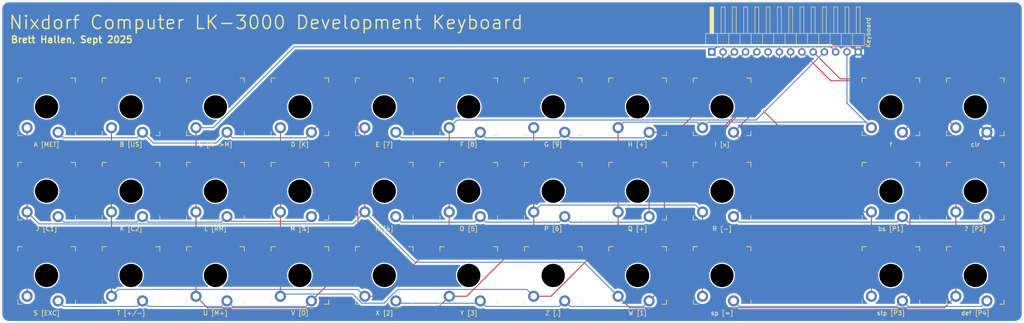
<source format=kicad_pcb>
(kicad_pcb (version 20241229) (generator "pcbnew") (generator_version "9.0")
  (layers (0 "F.Cu" signal) (2 "B.Cu" signal) (13 "F.Paste" user) (15 "B.Paste" user) (5 "F.SilkS" user "F.Silkscreen") (7 "B.SilkS" user "B.Silkscreen") (1 "F.Mask" user) (3 "B.Mask" user) (25 "Edge.Cuts" user))
  (net 0 "")
  (net 1 "COL1")
  (net 2 "ROW1")
  (net 3 "COL2")
  (net 4 "COL3")
  (net 5 "COL4")
  (net 6 "ROW2")
  (net 7 "ROW3")
  (net 8 "ROW4")
  (net 9 "ROW5")
  (net 10 "ROW6")
  (net 11 "ROW7")
  (net 12 "ROW8")
  (net 13 "GND")
  (net 14 "~{CLR}")
  (footprint "Clueless_Engineer:SW_Gateron_LowProfile_THT" (layer "F.Cu") (at 92.636702 86.673171)
    (property "Reference" "SW8" (hide yes))
    (property "Value" "M [%]" (at 0 8.5 0) (layer "F.SilkS"))
    (pad "" np_thru_hole circle (at 0 0 180) (size 5.25 5.25) (drill 5.25) (layers "*.Mask"))
    (pad "1" thru_hole circle (at -4.4 4.7 180) (size 2.5 2.5) (drill 1.5) (layers "*.Cu" "B.Mask") (net 5 "COL4"))
    (pad "2" thru_hole circle (at 2.6 5.75 180) (size 2.5 2.5) (drill 1.5) (layers "*.Cu" "B.Mask") (net 6 "ROW2"))
  )
  (footprint "Clueless_Engineer:SW_Gateron_LowProfile_THT" (layer "F.Cu") (at 92.636702 105.723171)
    (property "Reference" "SW12" (hide yes))
    (property "Value" "V [0]" (at 0 8.5 0) (layer "F.SilkS"))
    (pad "" np_thru_hole circle (at 0 0 180) (size 5.25 5.25) (drill 5.25) (layers "*.Mask"))
    (pad "1" thru_hole circle (at -4.4 4.7 180) (size 2.5 2.5) (drill 1.5) (layers "*.Cu" "B.Mask") (net 5 "COL4"))
    (pad "2" thru_hole circle (at 2.6 5.75 180) (size 2.5 2.5) (drill 1.5) (layers "*.Cu" "B.Mask") (net 7 "ROW3"))
  )
  (footprint "Clueless_Engineer:SW_Gateron_LowProfile_THT" (layer "F.Cu") (at 168.836702 67.623171)
    (property "Reference" "SW16" (hide yes))
    (property "Value" "H [÷]" (at 0 8.5 0) (layer "F.SilkS"))
    (pad "" np_thru_hole circle (at 0 0 180) (size 5.25 5.25) (drill 5.25) (layers "*.Mask"))
    (pad "1" thru_hole circle (at -4.4 4.7 180) (size 2.5 2.5) (drill 1.5) (layers "*.Cu" "B.Mask") (net 5 "COL4"))
    (pad "2" thru_hole circle (at 2.6 5.75 180) (size 2.5 2.5) (drill 1.5) (layers "*.Cu" "B.Mask") (net 8 "ROW4"))
  )
  (footprint "Clueless_Engineer:SW_Gateron_LowProfile_THT" (layer "F.Cu") (at 130.736702 67.623171)
    (property "Reference" "SW14" (hide yes))
    (property "Value" "F [8]" (at 0 8.5 0) (layer "F.SilkS"))
    (pad "" np_thru_hole circle (at 0 0 180) (size 5.25 5.25) (drill 5.25) (layers "*.Mask"))
    (pad "1" thru_hole circle (at -4.4 4.7 180) (size 2.5 2.5) (drill 1.5) (layers "*.Cu" "B.Mask") (net 3 "COL2"))
    (pad "2" thru_hole circle (at 2.6 5.75 180) (size 2.5 2.5) (drill 1.5) (layers "*.Cu" "B.Mask") (net 8 "ROW4"))
  )
  (footprint "Clueless_Engineer:SW_Gateron_LowProfile_THT" (layer "F.Cu") (at 111.686702 67.623171)
    (property "Reference" "SW13" (hide yes))
    (property "Value" "E [7]" (at 0 8.5 0) (layer "F.SilkS"))
    (pad "" np_thru_hole circle (at 0 0 180) (size 5.25 5.25) (drill 5.25) (layers "*.Mask"))
    (pad "1" thru_hole circle (at -4.4 4.7 180) (size 2.5 2.5) (drill 1.5) (layers "*.Cu" "B.Mask") (net 1 "COL1"))
    (pad "2" thru_hole circle (at 2.6 5.75 180) (size 2.5 2.5) (drill 1.5) (layers "*.Cu" "B.Mask") (net 8 "ROW4"))
  )
  (footprint "Clueless_Engineer:SW_Gateron_LowProfile_THT" (layer "F.Cu") (at 111.686702 86.673171)
    (property "Reference" "SW17" (hide yes))
    (property "Value" "N [4]" (at 0 8.5 0) (layer "F.SilkS"))
    (pad "" np_thru_hole circle (at 0 0 180) (size 5.25 5.25) (drill 5.25) (layers "*.Mask"))
    (pad "1" thru_hole circle (at -4.4 4.7 180) (size 2.5 2.5) (drill 1.5) (layers "*.Cu" "B.Mask") (net 1 "COL1"))
    (pad "2" thru_hole circle (at 2.6 5.75 180) (size 2.5 2.5) (drill 1.5) (layers "*.Cu" "B.Mask") (net 9 "ROW5"))
  )
  (footprint "Clueless_Engineer:SW_Gateron_LowProfile_THT" (layer "F.Cu") (at 73.586702 105.723171)
    (property "Reference" "SW11" (hide yes))
    (property "Value" "U [M+]" (at 0 8.5 0) (layer "F.SilkS"))
    (pad "" np_thru_hole circle (at 0 0 180) (size 5.25 5.25) (drill 5.25) (layers "*.Mask"))
    (pad "1" thru_hole circle (at -4.4 4.7 180) (size 2.5 2.5) (drill 1.5) (layers "*.Cu" "B.Mask") (net 4 "COL3"))
    (pad "2" thru_hole circle (at 2.6 5.75 180) (size 2.5 2.5) (drill 1.5) (layers "*.Cu" "B.Mask") (net 7 "ROW3"))
  )
  (footprint "Clueless_Engineer:SW_Gateron_LowProfile_THT" (layer "F.Cu") (at 149.786702 105.723171)
    (property "Reference" "SW24" (hide yes))
    (property "Value" "Z [.]" (at 0 8.5 0) (layer "F.SilkS"))
    (pad "" np_thru_hole circle (at 0 0 180) (size 5.25 5.25) (drill 5.25) (layers "*.Mask"))
    (pad "1" thru_hole circle (at -4.4 4.7 180) (size 2.5 2.5) (drill 1.5) (layers "*.Cu" "B.Mask") (net 5 "COL4"))
    (pad "2" thru_hole circle (at 2.6 5.75 180) (size 2.5 2.5) (drill 1.5) (layers "*.Cu" "B.Mask") (net 10 "ROW6"))
  )
  (footprint "Clueless_Engineer:SW_Gateron_LowProfile_THT" (layer "F.Cu") (at 111.686702 105.723171)
    (property "Reference" "SW22" (hide yes))
    (property "Value" "X [2]" (at 0 8.5 0) (layer "F.SilkS"))
    (pad "" np_thru_hole circle (at 0 0 180) (size 5.25 5.25) (drill 5.25) (layers "*.Mask"))
    (pad "1" thru_hole circle (at -4.4 4.7 180) (size 2.5 2.5) (drill 1.5) (layers "*.Cu" "B.Mask") (net 3 "COL2"))
    (pad "2" thru_hole circle (at 2.6 5.75 180) (size 2.5 2.5) (drill 1.5) (layers "*.Cu" "B.Mask") (net 10 "ROW6"))
  )
  (footprint "Clueless_Engineer:SW_Gateron_LowProfile_THT" (layer "F.Cu") (at 35.486702 67.623171)
    (property "Reference" "SW1" (hide yes))
    (property "Value" "A [MET]" (at 0 8.5 0) (layer "F.SilkS"))
    (pad "" np_thru_hole circle (at 0 0 180) (size 5.25 5.25) (drill 5.25) (layers "*.Mask"))
    (pad "1" thru_hole circle (at -4.4 4.7 180) (size 2.5 2.5) (drill 1.5) (layers "*.Cu" "B.Mask") (net 1 "COL1"))
    (pad "2" thru_hole circle (at 2.6 5.75 180) (size 2.5 2.5) (drill 1.5) (layers "*.Cu" "B.Mask") (net 2 "ROW1"))
  )
  (footprint "Clueless_Engineer:SW_Gateron_LowProfile_THT" (layer "F.Cu") (at 54.536702 105.723171)
    (property "Reference" "SW10" (hide yes))
    (property "Value" "T [+/-]" (at 0 8.5 0) (layer "F.SilkS"))
    (pad "" np_thru_hole circle (at 0 0 180) (size 5.25 5.25) (drill 5.25) (layers "*.Mask"))
    (pad "1" thru_hole circle (at -4.4 4.7 180) (size 2.5 2.5) (drill 1.5) (layers "*.Cu" "B.Mask") (net 3 "COL2"))
    (pad "2" thru_hole circle (at 2.6 5.75 180) (size 2.5 2.5) (drill 1.5) (layers "*.Cu" "B.Mask") (net 7 "ROW3"))
  )
  (footprint "Clueless_Engineer:SW_Gateron_LowProfile_THT" (layer "F.Cu") (at 54.536702 67.623171)
    (property "Reference" "SW2" (hide yes))
    (property "Value" "B [US]" (at 0 8.5 0) (layer "F.SilkS"))
    (pad "" np_thru_hole circle (at 0 0 180) (size 5.25 5.25) (drill 5.25) (layers "*.Mask"))
    (pad "1" thru_hole circle (at -4.4 4.7 180) (size 2.5 2.5) (drill 1.5) (layers "*.Cu" "B.Mask") (net 3 "COL2"))
    (pad "2" thru_hole circle (at 2.6 5.75 180) (size 2.5 2.5) (drill 1.5) (layers "*.Cu" "B.Mask") (net 2 "ROW1"))
  )
  (footprint "Clueless_Engineer:SW_Gateron_LowProfile_THT" (layer "F.Cu") (at 245.036702 86.673171)
    (property "Reference" "SW25" (hide yes))
    (property "Value" "? [P2}" (at 0 8.5 0) (layer "F.SilkS"))
    (pad "" np_thru_hole circle (at 0 0 180) (size 5.25 5.25) (drill 5.25) (layers "*.Mask"))
    (pad "1" thru_hole circle (at -4.4 4.7 180) (size 2.5 2.5) (drill 1.5) (layers "*.Cu" "B.Mask") (net 1 "COL1"))
    (pad "2" thru_hole circle (at 2.6 5.75 180) (size 2.5 2.5) (drill 1.5) (layers "*.Cu" "B.Mask") (net 11 "ROW7"))
  )
  (footprint "Clueless_Engineer:SW_Gateron_LowProfile_THT" (layer "F.Cu") (at 73.586702 67.623171)
    (property "Reference" "SW3" (hide yes))
    (property "Value" "C [X->M]" (at 0 8.5 0) (layer "F.SilkS"))
    (pad "" np_thru_hole circle (at 0 0 180) (size 5.25 5.25) (drill 5.25) (layers "*.Mask"))
    (pad "1" thru_hole circle (at -4.4 4.7 180) (size 2.5 2.5) (drill 1.5) (layers "*.Cu" "B.Mask") (net 4 "COL3"))
    (pad "2" thru_hole circle (at 2.6 5.75 180) (size 2.5 2.5) (drill 1.5) (layers "*.Cu" "B.Mask") (net 2 "ROW1"))
  )
  (footprint "Clueless_Engineer:SW_Gateron_LowProfile_THT" (layer "F.Cu") (at 245.036702 67.623171)
    (property "Reference" "SW33" (hide yes))
    (property "Value" "clr" (at 0 8.5 0) (layer "F.SilkS"))
    (pad "" np_thru_hole circle (at 0 0 180) (size 5.25 5.25) (drill 5.25) (layers "*.Mask"))
    (pad "1" thru_hole circle (at -4.4 4.7 180) (size 2.5 2.5) (drill 1.5) (layers "*.Cu" "B.Mask") (net 14 "~{CLR}"))
    (pad "2" thru_hole circle (at 2.6 5.75 180) (size 2.5 2.5) (drill 1.5) (layers "*.Cu" "B.Mask") (net 13 "GND"))
  )
  (footprint "Clueless_Engineer:SW_Gateron_LowProfile_THT" (layer "F.Cu") (at 149.786702 67.623171)
    (property "Reference" "SW15" (hide yes))
    (property "Value" "G [9]" (at 0 8.5 0) (layer "F.SilkS"))
    (pad "" np_thru_hole circle (at 0 0 180) (size 5.25 5.25) (drill 5.25) (layers "*.Mask"))
    (pad "1" thru_hole circle (at -4.4 4.7 180) (size 2.5 2.5) (drill 1.5) (layers "*.Cu" "B.Mask") (net 4 "COL3"))
    (pad "2" thru_hole circle (at 2.6 5.75 180) (size 2.5 2.5) (drill 1.5) (layers "*.Cu" "B.Mask") (net 8 "ROW4"))
  )
  (footprint "Clueless_Engineer:SW_Gateron_LowProfile_THT" (layer "F.Cu") (at 73.586702 86.673171)
    (property "Reference" "SW7" (hide yes))
    (property "Value" "L [RM]" (at 0 8.5 0) (layer "F.SilkS"))
    (pad "" np_thru_hole circle (at 0 0 180) (size 5.25 5.25) (drill 5.25) (layers "*.Mask"))
    (pad "1" thru_hole circle (at -4.4 4.7 180) (size 2.5 2.5) (drill 1.5) (layers "*.Cu" "B.Mask") (net 4 "COL3"))
    (pad "2" thru_hole circle (at 2.6 5.75 180) (size 2.5 2.5) (drill 1.5) (layers "*.Cu" "B.Mask") (net 6 "ROW2"))
  )
  (footprint "Clueless_Engineer:SW_Gateron_LowProfile_THT" (layer "F.Cu") (at 225.986702 105.723171)
    (property "Reference" "SW30" (hide yes))
    (property "Value" "stp [P3]" (at 0 8.5 0) (layer "F.SilkS"))
    (pad "" np_thru_hole circle (at 0 0 180) (size 5.25 5.25) (drill 5.25) (layers "*.Mask"))
    (pad "1" thru_hole circle (at -4.4 4.7 180) (size 2.5 2.5) (drill 1.5) (layers "*.Cu" "B.Mask") (net 3 "COL2"))
    (pad "2" thru_hole circle (at 2.6 5.75 180) (size 2.5 2.5) (drill 1.5) (layers "*.Cu" "B.Mask") (net 12 "ROW8"))
  )
  (footprint "Connector_PinHeader_2.54mm:PinHeader_1x14_P2.54mm_Horizontal" (layer "F.Cu") (at 185.58 55.2 90)
    (property "Reference" "J1" (hide yes))
    (property "Value" "Keyboard" (at 4.385 35.29 90) (layer "F.SilkS"))
    (pad "1" thru_hole rect (at 0 0 90) (size 1.7 1.7) (drill 1) (layers "*.Cu" "*.Mask") (net 14 "~{CLR}"))
    (pad "2" thru_hole circle (at 0 2.54 90) (size 1.7 1.7) (drill 1) (layers "*.Cu" "*.Mask") (net 2 "ROW1"))
    (pad "3" thru_hole circle (at 0 5.08 90) (size 1.7 1.7) (drill 1) (layers "*.Cu" "*.Mask") (net 6 "ROW2"))
    (pad "4" thru_hole circle (at 0 7.62 90) (size 1.7 1.7) (drill 1) (layers "*.Cu" "*.Mask") (net 7 "ROW3"))
    (pad "5" thru_hole circle (at 0 10.16 90) (size 1.7 1.7) (drill 1) (layers "*.Cu" "*.Mask") (net 8 "ROW4"))
    (pad "6" thru_hole circle (at 0 12.7 90) (size 1.7 1.7) (drill 1) (layers "*.Cu" "*.Mask") (net 9 "ROW5"))
    (pad "7" thru_hole circle (at 0 15.24 90) (size 1.7 1.7) (drill 1) (layers "*.Cu" "*.Mask") (net 10 "ROW6"))
    (pad "8" thru_hole circle (at 0 17.78 90) (size 1.7 1.7) (drill 1) (layers "*.Cu" "*.Mask") (net 11 "ROW7"))
    (pad "9" thru_hole circle (at 0 20.32 90) (size 1.7 1.7) (drill 1) (layers "*.Cu" "*.Mask") (net 12 "ROW8"))
    (pad "10" thru_hole circle (at 0 22.86 90) (size 1.7 1.7) (drill 1) (layers "*.Cu" "*.Mask") (net 1 "COL1"))
    (pad "11" thru_hole circle (at 0 25.4 90) (size 1.7 1.7) (drill 1) (layers "*.Cu" "*.Mask") (net 3 "COL2"))
    (pad "12" thru_hole circle (at 0 27.94 90) (size 1.7 1.7) (drill 1) (layers "*.Cu" "*.Mask") (net 4 "COL3"))
    (pad "13" thru_hole circle (at 0 30.48 90) (size 1.7 1.7) (drill 1) (layers "*.Cu" "*.Mask") (net 5 "COL4"))
    (pad "14" thru_hole circle (at 0 33.02 90) (size 1.7 1.7) (drill 1) (layers "*.Cu" "*.Mask") (net 13 "GND"))
  )
  (footprint "Clueless_Engineer:SW_Gateron_LowProfile_THT" (layer "F.Cu") (at 35.486702 86.673171)
    (property "Reference" "SW5" (hide yes))
    (property "Value" "J [C1]" (at 0 8.5 0) (layer "F.SilkS"))
    (pad "" np_thru_hole circle (at 0 0 180) (size 5.25 5.25) (drill 5.25) (layers "*.Mask"))
    (pad "1" thru_hole circle (at -4.4 4.7 180) (size 2.5 2.5) (drill 1.5) (layers "*.Cu" "B.Mask") (net 1 "COL1"))
    (pad "2" thru_hole circle (at 2.6 5.75 180) (size 2.5 2.5) (drill 1.5) (layers "*.Cu" "B.Mask") (net 6 "ROW2"))
  )
  (footprint "Clueless_Engineer:SW_Gateron_LowProfile_THT" (layer "F.Cu") (at 187.886702 86.673171)
    (property "Reference" "SW27" (hide yes))
    (property "Value" "R [-]" (at 0 8.5 0) (layer "F.SilkS"))
    (pad "" np_thru_hole circle (at 0 0 180) (size 5.25 5.25) (drill 5.25) (layers "*.Mask"))
    (pad "1" thru_hole circle (at -4.4 4.7 180) (size 2.5 2.5) (drill 1.5) (layers "*.Cu" "B.Mask") (net 4 "COL3"))
    (pad "2" thru_hole circle (at 2.6 5.75 180) (size 2.5 2.5) (drill 1.5) (layers "*.Cu" "B.Mask") (net 11 "ROW7"))
  )
  (footprint "Clueless_Engineer:SW_Gateron_LowProfile_THT" (layer "F.Cu") (at 168.836702 105.723171)
    (property "Reference" "SW21" (hide yes))
    (property "Value" "W [1]" (at 0 8.5 0) (layer "F.SilkS"))
    (pad "" np_thru_hole circle (at 0 0 180) (size 5.25 5.25) (drill 5.25) (layers "*.Mask"))
    (pad "1" thru_hole circle (at -4.4 4.7 180) (size 2.5 2.5) (drill 1.5) (layers "*.Cu" "B.Mask") (net 1 "COL1"))
    (pad "2" thru_hole circle (at 2.6 5.75 180) (size 2.5 2.5) (drill 1.5) (layers "*.Cu" "B.Mask") (net 10 "ROW6"))
  )
  (footprint "Clueless_Engineer:SW_Gateron_LowProfile_THT" (layer "F.Cu") (at 245.036702 105.723171)
    (property "Reference" "SW29" (hide yes))
    (property "Value" "def [P4]" (at 0 8.5 0) (layer "F.SilkS"))
    (pad "" np_thru_hole circle (at 0 0 180) (size 5.25 5.25) (drill 5.25) (layers "*.Mask"))
    (pad "1" thru_hole circle (at -4.4 4.7 180) (size 2.5 2.5) (drill 1.5) (layers "*.Cu" "B.Mask") (net 1 "COL1"))
    (pad "2" thru_hole circle (at 2.6 5.75 180) (size 2.5 2.5) (drill 1.5) (layers "*.Cu" "B.Mask") (net 12 "ROW8"))
  )
  (footprint "Clueless_Engineer:SW_Gateron_LowProfile_THT" (layer "F.Cu") (at 92.636702 67.623171)
    (property "Reference" "SW4" (hide yes))
    (property "Value" "D [K]" (at 0 8.5 0) (layer "F.SilkS"))
    (pad "" np_thru_hole circle (at 0 0 180) (size 5.25 5.25) (drill 5.25) (layers "*.Mask"))
    (pad "1" thru_hole circle (at -4.4 4.7 180) (size 2.5 2.5) (drill 1.5) (layers "*.Cu" "B.Mask") (net 5 "COL4"))
    (pad "2" thru_hole circle (at 2.6 5.75 180) (size 2.5 2.5) (drill 1.5) (layers "*.Cu" "B.Mask") (net 2 "ROW1"))
  )
  (footprint "Clueless_Engineer:SW_Gateron_LowProfile_THT" (layer "F.Cu") (at 187.886702 105.723171)
    (property "Reference" "SW31" (hide yes))
    (property "Value" "sp [=]" (at 0 8.5 0) (layer "F.SilkS"))
    (pad "" np_thru_hole circle (at 0 0 180) (size 5.25 5.25) (drill 5.25) (layers "*.Mask"))
    (pad "1" thru_hole circle (at -4.4 4.7 180) (size 2.5 2.5) (drill 1.5) (layers "*.Cu" "B.Mask") (net 4 "COL3"))
    (pad "2" thru_hole circle (at 2.6 5.75 180) (size 2.5 2.5) (drill 1.5) (layers "*.Cu" "B.Mask") (net 12 "ROW8"))
  )
  (footprint "Clueless_Engineer:SW_Gateron_LowProfile_THT" (layer "F.Cu") (at 54.536702 86.673171)
    (property "Reference" "SW6" (hide yes))
    (property "Value" "K [C2]" (at 0 8.5 0) (layer "F.SilkS"))
    (pad "" np_thru_hole circle (at 0 0 180) (size 5.25 5.25) (drill 5.25) (layers "*.Mask"))
    (pad "1" thru_hole circle (at -4.4 4.7 180) (size 2.5 2.5) (drill 1.5) (layers "*.Cu" "B.Mask") (net 3 "COL2"))
    (pad "2" thru_hole circle (at 2.6 5.75 180) (size 2.5 2.5) (drill 1.5) (layers "*.Cu" "B.Mask") (net 6 "ROW2"))
  )
  (footprint "Clueless_Engineer:SW_Gateron_LowProfile_THT" (layer "F.Cu") (at 130.736702 105.723171)
    (property "Reference" "SW23" (hide yes))
    (property "Value" "Y [3]" (at 0 8.5 0) (layer "F.SilkS"))
    (pad "" np_thru_hole circle (at 0 0 180) (size 5.25 5.25) (drill 5.25) (layers "*.Mask"))
    (pad "1" thru_hole circle (at -4.4 4.7 180) (size 2.5 2.5) (drill 1.5) (layers "*.Cu" "B.Mask") (net 4 "COL3"))
    (pad "2" thru_hole circle (at 2.6 5.75 180) (size 2.5 2.5) (drill 1.5) (layers "*.Cu" "B.Mask") (net 10 "ROW6"))
  )
  (footprint "Clueless_Engineer:SW_Gateron_LowProfile_THT" (layer "F.Cu") (at 35.486702 105.723171)
    (property "Reference" "SW9" (hide yes))
    (property "Value" "S [EXC]" (at 0 8.5 0) (layer "F.SilkS"))
    (pad "" np_thru_hole circle (at 0 0 180) (size 5.25 5.25) (drill 5.25) (layers "*.Mask"))
    (pad "1" thru_hole circle (at -4.4 4.7 180) (size 2.5 2.5) (drill 1.5) (layers "*.Cu" "B.Mask") (net 1 "COL1"))
    (pad "2" thru_hole circle (at 2.6 5.75 180) (size 2.5 2.5) (drill 1.5) (layers "*.Cu" "B.Mask") (net 7 "ROW3"))
  )
  (footprint "Clueless_Engineer:SW_Gateron_LowProfile_THT" (layer "F.Cu") (at 225.986702 67.623171)
    (property "Reference" "SW32" (hide yes))
    (property "Value" "f" (at 0 8.5 0) (layer "F.SilkS"))
    (pad "" np_thru_hole circle (at 0 0 180) (size 5.25 5.25) (drill 5.25) (layers "*.Mask"))
    (pad "1" thru_hole circle (at -4.4 4.7 180) (size 2.5 2.5) (drill 1.5) (layers "*.Cu" "B.Mask") (net 5 "COL4"))
    (pad "2" thru_hole circle (at 2.6 5.75 180) (size 2.5 2.5) (drill 1.5) (layers "*.Cu" "B.Mask") (net 12 "ROW8"))
  )
  (footprint "Clueless_Engineer:SW_Gateron_LowProfile_THT" (layer "F.Cu") (at 168.836702 86.673171)
    (property "Reference" "SW20" (hide yes))
    (property "Value" "Q [+]" (at 0 8.5 0) (layer "F.SilkS"))
    (pad "" np_thru_hole circle (at 0 0 180) (size 5.25 5.25) (drill 5.25) (layers "*.Mask"))
    (pad "1" thru_hole circle (at -4.4 4.7 180) (size 2.5 2.5) (drill 1.5) (layers "*.Cu" "B.Mask") (net 5 "COL4"))
    (pad "2" thru_hole circle (at 2.6 5.75 180) (size 2.5 2.5) (drill 1.5) (layers "*.Cu" "B.Mask") (net 9 "ROW5"))
  )
  (footprint "Clueless_Engineer:SW_Gateron_LowProfile_THT" (layer "F.Cu") (at 225.986702 86.673171)
    (property "Reference" "SW26" (hide yes))
    (property "Value" "bs [P1]" (at 0 8.5 0) (layer "F.SilkS"))
    (pad "" np_thru_hole circle (at 0 0 180) (size 5.25 5.25) (drill 5.25) (layers "*.Mask"))
    (pad "1" thru_hole circle (at -4.4 4.7 180) (size 2.5 2.5) (drill 1.5) (layers "*.Cu" "B.Mask") (net 3 "COL2"))
    (pad "2" thru_hole circle (at 2.6 5.75 180) (size 2.5 2.5) (drill 1.5) (layers "*.Cu" "B.Mask") (net 11 "ROW7"))
  )
  (footprint "Clueless_Engineer:SW_Gateron_LowProfile_THT" (layer "F.Cu") (at 130.736702 86.673171)
    (property "Reference" "SW18" (hide yes))
    (property "Value" "O [5]" (at 0 8.5 0) (layer "F.SilkS"))
    (pad "" np_thru_hole circle (at 0 0 180) (size 5.25 5.25) (drill 5.25) (layers "*.Mask"))
    (pad "1" thru_hole circle (at -4.4 4.7 180) (size 2.5 2.5) (drill 1.5) (layers "*.Cu" "B.Mask") (net 3 "COL2"))
    (pad "2" thru_hole circle (at 2.6 5.75 180) (size 2.5 2.5) (drill 1.5) (layers "*.Cu" "B.Mask") (net 9 "ROW5"))
  )
  (footprint "Clueless_Engineer:SW_Gateron_LowProfile_THT" (layer "F.Cu") (at 149.786702 86.673171)
    (property "Reference" "SW19" (hide yes))
    (property "Value" "P [6]" (at 0 8.5 0) (layer "F.SilkS"))
    (pad "" np_thru_hole circle (at 0 0 180) (size 5.25 5.25) (drill 5.25) (layers "*.Mask"))
    (pad "1" thru_hole circle (at -4.4 4.7 180) (size 2.5 2.5) (drill 1.5) (layers "*.Cu" "B.Mask") (net 4 "COL3"))
    (pad "2" thru_hole circle (at 2.6 5.75 180) (size 2.5 2.5) (drill 1.5) (layers "*.Cu" "B.Mask") (net 9 "ROW5"))
  )
  (footprint "Clueless_Engineer:SW_Gateron_LowProfile_THT" (layer "F.Cu") (at 187.886702 67.623171)
    (property "Reference" "SW28" (hide yes))
    (property "Value" "I [x]" (at 0 8.5 0) (layer "F.SilkS"))
    (pad "" np_thru_hole circle (at 0 0 180) (size 5.25 5.25) (drill 5.25) (layers "*.Mask"))
    (pad "1" thru_hole circle (at -4.4 4.7 180) (size 2.5 2.5) (drill 1.5) (layers "*.Cu" "B.Mask") (net 5 "COL4"))
    (pad "2" thru_hole circle (at 2.6 5.75 180) (size 2.5 2.5) (drill 1.5) (layers "*.Cu" "B.Mask") (net 11 "ROW7"))
  )
  (gr_arc (start 256 114.5) (mid 255.414214 115.914214) (end 254 116.5) (stroke (width 0.05)) (layer "Edge.Cuts"))
  (gr_arc (start 254 43.5) (mid 255.414214 44.085786) (end 256 45.5) (stroke (width 0.05)) (layer "Edge.Cuts"))
  (gr_line (start 27 43.5) (end 254 43.5) (stroke (width 0.05)) (layer "Edge.Cuts"))
  (gr_line (start 25 114.5) (end 25 45.5) (stroke (width 0.05)) (layer "Edge.Cuts"))
  (gr_arc (start 27 116.5) (mid 25.585786 115.914214) (end 25 114.5) (stroke (width 0.05)) (layer "Edge.Cuts"))
  (gr_arc (start 25 45.5) (mid 25.585786 44.085786) (end 27 43.5) (stroke (width 0.05)) (layer "Edge.Cuts"))
  (gr_line (start 254 116.5) (end 27 116.5) (stroke (width 0.05)) (layer "Edge.Cuts"))
  (gr_line (start 256 45.5) (end 256 114.5) (stroke (width 0.05)) (layer "Edge.Cuts"))
  (gr_text "Nixdorf Computer LK-3000 Development Keyboard" (at 26.8 50.3 0) (layer "F.SilkS") (effects (font (size 3 3) (thickness 0.3) (bold yes)) (justify left bottom)))
  (gr_text "Brett Hallen, Sept 2025" (at 27.3 53.3 0) (layer "F.SilkS") (effects (font (size 1.5 1.5) (thickness 0.3) (bold yes)) (justify left bottom)))
  (segment (start 31.086702 72.323171) (end 31.086702 91.373171) (width 0.2) (layer "F.Cu") (net 1))
  (segment (start 167.037702 113.024171) (end 238.035702 113.024171) (width 0.2) (layer "F.Cu") (net 1))
  (segment (start 214.54 61.3) (end 227.1 61.3) (width 0.2) (layer "F.Cu") (net 1))
  (segment (start 107.286702 72.323171) (end 107.286702 91.373171) (width 0.2) (layer "F.Cu") (net 1))
  (segment (start 31.086702 91.373171) (end 31.086702 110.423171) (width 0.2) (layer "F.Cu") (net 1))
  (segment (start 238.035702 113.024171) (end 240.636702 110.423171) (width 0.2) (layer "F.Cu") (net 1))
  (segment (start 164.436702 110.423171) (end 167.037702 113.024171) (width 0.2) (layer "F.Cu") (net 1))
  (segment (start 240.636702 74.836702) (end 240.636702 91.373171) (width 0.2) (layer "F.Cu") (net 1))
  (segment (start 227.1 61.3) (end 240.636702 74.836702) (width 0.2) (layer "F.Cu") (net 1))
  (segment (start 240.636702 110.423171) (end 240.636702 91.373171) (width 0.2) (layer "F.Cu") (net 1))
  (segment (start 208.44 55.2) (end 214.54 61.3) (width 0.2) (layer "F.Cu") (net 1))
  (segment (start 107.286702 91.373171) (end 118.660702 102.747171) (width 0.2) (layer "B.Cu") (net 1))
  (segment (start 156.760702 102.747171) (end 164.436702 110.423171) (width 0.2) (layer "B.Cu") (net 1))
  (segment (start 104.585703 94.07417) (end 107.286702 91.373171) (width 0.2) (layer "B.Cu") (net 1))
  (segment (start 33.787701 94.07417) (end 104.585703 94.07417) (width 0.2) (layer "B.Cu") (net 1))
  (segment (start 118.660702 102.747171) (end 156.760702 102.747171) (width 0.2) (layer "B.Cu") (net 1))
  (segment (start 31.086702 91.373171) (end 33.787701 94.07417) (width 0.2) (layer "B.Cu") (net 1))
  (segment (start 187 57.4) (end 188.12 56.28) (width 0.2) (layer "F.Cu") (net 2))
  (segment (start 95.236702 73.373171) (end 111.209873 57.4) (width 0.2) (layer "F.Cu") (net 2))
  (segment (start 111.209873 57.4) (end 187 57.4) (width 0.2) (layer "F.Cu") (net 2))
  (segment (start 188.12 56.28) (end 188.12 55.2) (width 0.2) (layer "F.Cu") (net 2))
  (segment (start 77.436701 74.62317) (end 93.986703 74.62317) (width 0.2) (layer "B.Cu") (net 2))
  (segment (start 93.986703 74.62317) (end 95.236702 73.373171) (width 0.2) (layer "B.Cu") (net 2))
  (segment (start 39.336701 74.62317) (end 55.886703 74.62317) (width 0.2) (layer "B.Cu") (net 2))
  (segment (start 59.563531 75.8) (end 73.759873 75.8) (width 0.2) (layer "B.Cu") (net 2))
  (segment (start 55.886703 74.62317) (end 57.136702 73.373171) (width 0.2) (layer "B.Cu") (net 2))
  (segment (start 76.186702 73.373171) (end 77.436701 74.62317) (width 0.2) (layer "B.Cu") (net 2))
  (segment (start 38.086702 73.373171) (end 39.336701 74.62317) (width 0.2) (layer "B.Cu") (net 2))
  (segment (start 57.136702 73.373171) (end 59.563531 75.8) (width 0.2) (layer "B.Cu") (net 2))
  (segment (start 73.759873 75.8) (end 76.186702 73.373171) (width 0.2) (layer "B.Cu") (net 2))
  (segment (start 197.44 68.74) (end 220.073171 91.373171) (width 0.2) (layer "F.Cu") (net 3))
  (segment (start 50.136702 72.323171) (end 50.136702 91.373171) (width 0.2) (layer "F.Cu") (net 3))
  (segment (start 221.586702 110.423171) (end 221.586702 91.373171) (width 0.2) (layer "F.Cu") (net 3))
  (segment (start 126.336702 72.323171) (end 126.336702 91.373171) (width 0.2) (layer "F.Cu") (net 3))
  (segment (start 50.136702 91.373171) (end 50.136702 110.423171) (width 0.2) (layer "F.Cu") (net 3))
  (segment (start 220.073171 91.373171) (end 221.586702 91.373171) (width 0.2) (layer "F.Cu") (net 3))
  (segment (start 111.195402 110.423171) (end 107.286702 110.423171) (width 0.2) (layer "F.Cu") (net 3))
  (segment (start 126.336702 91.373171) (end 126.336702 95.281871) (width 0.2) (layer "F.Cu") (net 3))
  (segment (start 126.336702 95.281871) (end 111.195402 110.423171) (width 0.2) (layer "F.Cu") (net 3))
  (via (at 197.44 68.74) (size 0.6) (drill 0.3) (layers "F.Cu" "B.Cu") (net 3))
  (segment (start 128.060702 70.599171) (end 195.580829 70.599171) (width 0.2) (layer "B.Cu") (net 3))
  (segment (start 126.336702 72.323171) (end 128.060702 70.599171) (width 0.2) (layer "B.Cu") (net 3))
  (segment (start 51.687702 108.872171) (end 105.735702 108.872171) (width 0.2) (layer "B.Cu") (net 3))
  (segment (start 195.580829 70.599171) (end 197.44 68.74) (width 0.2) (layer "B.Cu") (net 3))
  (segment (start 50.136702 110.423171) (end 51.687702 108.872171) (width 0.2) (layer "B.Cu") (net 3))
  (segment (start 197.44 68.74) (end 210.98 55.2) (width 0.2) (layer "B.Cu") (net 3))
  (segment (start 105.735702 108.872171) (end 107.286702 110.423171) (width 0.2) (layer "B.Cu") (net 3))
  (segment (start 69.186702 72.323171) (end 69.186702 91.373171) (width 0.2) (layer "F.Cu") (net 4))
  (segment (start 123.735702 113.024171) (end 126.336702 110.423171) (width 0.2) (layer "F.Cu") (net 4))
  (segment (start 145.386702 95.313298) (end 145.386702 91.373171) (width 0.2) (layer "F.Cu") (net 4))
  (segment (start 130.276829 110.423171) (end 145.386702 95.313298) (width 0.2) (layer "F.Cu") (net 4))
  (segment (start 126.336702 110.423171) (end 130.276829 110.423171) (width 0.2) (layer "F.Cu") (net 4))
  (segment (start 71.787702 113.024171) (end 123.735702 113.024171) (width 0.2) (layer "F.Cu") (net 4))
  (segment (start 145.386702 91.373171) (end 145.386702 72.323171) (width 0.2) (layer "F.Cu") (net 4))
  (segment (start 183.486702 91.373171) (end 183.486702 110.423171) (width 0.2) (layer "F.Cu") (net 4))
  (segment (start 69.186702 110.423171) (end 71.787702 113.024171) (width 0.2) (layer "F.Cu") (net 4))
  (segment (start 69.186702 91.373171) (end 69.186702 110.423171) (width 0.2) (layer "F.Cu") (net 4))
  (segment (start 181.935702 89.822171) (end 183.486702 91.373171) (width 0.2) (layer "B.Cu") (net 4))
  (segment (start 91.369573 54.049) (end 73.095402 72.323171) (width 0.2) (layer "B.Cu") (net 4))
  (segment (start 145.386702 91.373171) (end 146.937702 89.822171) (width 0.2) (layer "B.Cu") (net 4))
  (segment (start 146.937702 89.822171) (end 181.935702 89.822171) (width 0.2) (layer "B.Cu") (net 4))
  (segment (start 73.095402 72.323171) (end 69.186702 72.323171) (width 0.2) (layer "B.Cu") (net 4))
  (segment (start 213.52 55.2) (end 212.369 54.049) (width 0.2) (layer "B.Cu") (net 4))
  (segment (start 212.369 54.049) (end 91.369573 54.049) (width 0.2) (layer "B.Cu") (net 4))
  (segment (start 164.436702 91.373171) (end 164.436702 95.281871) (width 0.2) (layer "F.Cu") (net 5))
  (segment (start 149.295402 110.423171) (end 145.386702 110.423171) (width 0.2) (layer "F.Cu") (net 5))
  (segment (start 88.236702 91.373171) (end 88.236702 110.423171) (width 0.2) (layer "F.Cu") (net 5))
  (segment (start 88.236702 72.323171) (end 88.236702 91.373171) (width 0.2) (layer "F.Cu") (net 5))
  (segment (start 164.436702 95.281871) (end 149.295402 110.423171) (width 0.2) (layer "F.Cu") (net 5))
  (segment (start 164.436702 72.323171) (end 164.436702 91.373171) (width 0.2) (layer "F.Cu") (net 5))
  (segment (start 104.592256 109.922171) (end 106.644256 111.974171) (width 0.2) (layer "B.Cu") (net 5))
  (segment (start 182.236703 71.073172) (end 183.486702 72.323171) (width 0.2) (layer "B.Cu") (net 5))
  (segment (start 220.336703 71.073172) (end 221.586702 72.323171) (width 0.2) (layer "B.Cu") (net 5))
  (segment (start 143.835702 108.872171) (end 145.386702 110.423171) (width 0.2) (layer "B.Cu") (net 5))
  (segment (start 165.686701 71.073172) (end 182.236703 71.073172) (width 0.2) (layer "B.Cu") (net 5))
  (segment (start 111.592256 111.974171) (end 114.694256 108.872171) (width 0.2) (layer "B.Cu") (net 5))
  (segment (start 216.06 66.796469) (end 216.06 55.2) (width 0.2) (layer "B.Cu") (net 5))
  (segment (start 114.694256 108.872171) (end 143.835702 108.872171) (width 0.2) (layer "B.Cu") (net 5))
  (segment (start 106.644256 111.974171) (end 111.592256 111.974171) (width 0.2) (layer "B.Cu") (net 5))
  (segment (start 183.486702 72.323171) (end 184.736701 71.073172) (width 0.2) (layer "B.Cu") (net 5))
  (segment (start 88.737702 109.922171) (end 104.592256 109.922171) (width 0.2) (layer "B.Cu") (net 5))
  (segment (start 88.236702 110.423171) (end 88.737702 109.922171) (width 0.2) (layer "B.Cu") (net 5))
  (segment (start 221.586702 72.323171) (end 216.06 66.796469) (width 0.2) (layer "B.Cu") (net 5))
  (segment (start 164.436702 72.323171) (end 165.686701 71.073172) (width 0.2) (layer "B.Cu") (net 5))
  (segment (start 184.736701 71.073172) (end 220.336703 71.073172) (width 0.2) (layer "B.Cu") (net 5))
  (segment (start 111.899 57.801) (end 188.059 57.801) (width 0.2) (layer "F.Cu") (net 6))
  (segment (start 100.2 87.459873) (end 100.2 69.5) (width 0.2) (layer "F.Cu") (net 6))
  (segment (start 188.059 57.801) (end 190.66 55.2) (width 0.2) (layer "F.Cu") (net 6))
  (segment (start 100.2 69.5) (end 111.899 57.801) (width 0.2) (layer "F.Cu") (net 6))
  (segment (start 95.236702 92.423171) (end 100.2 87.459873) (width 0.2) (layer "F.Cu") (net 6))
  (segment (start 39.336701 93.67317) (end 55.886703 93.67317) (width 0.2) (layer "B.Cu") (net 6))
  (segment (start 77.263531 93.5) (end 94.159873 93.5) (width 0.2) (layer "B.Cu") (net 6))
  (segment (start 76.186702 92.423171) (end 77.263531 93.5) (width 0.2) (layer "B.Cu") (net 6))
  (segment (start 94.159873 93.5) (end 95.236702 92.423171) (width 0.2) (layer "B.Cu") (net 6))
  (segment (start 74.936703 93.67317) (end 76.186702 92.423171) (width 0.2) (layer "B.Cu") (net 6))
  (segment (start 38.086702 92.423171) (end 39.336701 93.67317) (width 0.2) (layer "B.Cu") (net 6))
  (segment (start 55.886703 93.67317) (end 57.136702 92.423171) (width 0.2) (layer "B.Cu") (net 6))
  (segment (start 57.136702 92.423171) (end 58.386701 93.67317) (width 0.2) (layer "B.Cu") (net 6))
  (segment (start 58.386701 93.67317) (end 74.936703 93.67317) (width 0.2) (layer "B.Cu") (net 6))
  (segment (start 105.735702 69.365471) (end 114.662702 60.438471) (width 0.2) (layer "F.Cu") (net 7))
  (segment (start 105.735702 100.974171) (end 105.735702 69.365471) (width 0.2) (layer "F.Cu") (net 7))
  (segment (start 95.236702 111.473171) (end 105.735702 100.974171) (width 0.2) (layer "F.Cu") (net 7))
  (segment (start 187.961529 60.438471) (end 193.2 55.2) (width 0.2) (layer "F.Cu") (net 7))
  (segment (start 114.662702 60.438471) (end 187.961529 60.438471) (width 0.2) (layer "F.Cu") (net 7))
  (segment (start 39.336701 112.72317) (end 55.886703 112.72317) (width 0.2) (layer "B.Cu") (net 7))
  (segment (start 38.086702 111.473171) (end 39.336701 112.72317) (width 0.2) (layer "B.Cu") (net 7))
  (segment (start 77.436701 112.72317) (end 93.986703 112.72317) (width 0.2) (layer "B.Cu") (net 7))
  (segment (start 93.986703 112.72317) (end 95.236702 111.473171) (width 0.2) (layer "B.Cu") (net 7))
  (segment (start 74.936703 112.72317) (end 76.186702 111.473171) (width 0.2) (layer "B.Cu") (net 7))
  (segment (start 57.136702 111.473171) (end 58.386701 112.72317) (width 0.2) (layer "B.Cu") (net 7))
  (segment (start 58.386701 112.72317) (end 74.936703 112.72317) (width 0.2) (layer "B.Cu") (net 7))
  (segment (start 76.186702 111.473171) (end 77.436701 112.72317) (width 0.2) (layer "B.Cu") (net 7))
  (segment (start 55.886703 112.72317) (end 57.136702 111.473171) (width 0.2) (layer "B.Cu") (net 7))
  (segment (start 177.566829 73.373171) (end 195.74 55.2) (width 0.2) (layer "F.Cu") (net 8))
  (segment (start 171.436702 73.373171) (end 177.566829 73.373171) (width 0.2) (layer "F.Cu") (net 8))
  (segment (start 151.136703 74.62317) (end 152.386702 73.373171) (width 0.2) (layer "B.Cu") (net 8))
  (segment (start 132.086703 74.62317) (end 133.336702 73.373171) (width 0.2) (layer "B.Cu") (net 8))
  (segment (start 114.286702 73.373171) (end 115.536701 74.62317) (width 0.2) (layer "B.Cu") (net 8))
  (segment (start 115.536701 74.62317) (end 132.086703 74.62317) (width 0.2) (layer "B.Cu") (net 8))
  (segment (start 152.386702 73.373171) (end 153.636701 74.62317) (width 0.2) (layer "B.Cu") (net 8))
  (segment (start 133.336702 73.373171) (end 134.586701 74.62317) (width 0.2) (layer "B.Cu") (net 8))
  (segment (start 153.636701 74.62317) (end 170.186703 74.62317) (width 0.2) (layer "B.Cu") (net 8))
  (segment (start 170.186703 74.62317) (end 171.436702 73.373171) (width 0.2) (layer "B.Cu") (net 8))
  (segment (start 134.586701 74.62317) (end 151.136703 74.62317) (width 0.2) (layer "B.Cu") (net 8))
  (segment (start 171.436702 88.963298) (end 198.28 62.12) (width 0.2) (layer "F.Cu") (net 9))
  (segment (start 171.436702 92.423171) (end 171.436702 88.963298) (width 0.2) (layer "F.Cu") (net 9))
  (segment (start 198.28 62.12) (end 198.28 55.2) (width 0.2) (layer "F.Cu") (net 9))
  (segment (start 132.086703 93.67317) (end 133.336702 92.423171) (width 0.2) (layer "B.Cu") (net 9))
  (segment (start 153.636701 93.67317) (end 170.186703 93.67317) (width 0.2) (layer "B.Cu") (net 9))
  (segment (start 114.286702 92.423171) (end 115.536701 93.67317) (width 0.2) (layer "B.Cu") (net 9))
  (segment (start 133.336702 92.423171) (end 134.586701 93.67317) (width 0.2) (layer "B.Cu") (net 9))
  (segment (start 170.186703 93.67317) (end 171.436702 92.423171) (width 0.2) (layer "B.Cu") (net 9))
  (segment (start 115.536701 93.67317) (end 132.086703 93.67317) (width 0.2) (layer "B.Cu") (net 9))
  (segment (start 152.386702 92.423171) (end 153.636701 93.67317) (width 0.2) (layer "B.Cu") (net 9))
  (segment (start 151.136703 93.67317) (end 152.386702 92.423171) (width 0.2) (layer "B.Cu") (net 9))
  (segment (start 134.586701 93.67317) (end 151.136703 93.67317) (width 0.2) (layer "B.Cu") (net 9))
  (segment (start 174.8671 108.042773) (end 174.8671 86.1) (width 0.2) (layer "F.Cu") (net 10))
  (segment (start 171.436702 111.473171) (end 174.8671 108.042773) (width 0.2) (layer "F.Cu") (net 10))
  (segment (start 174.8671 86.1) (end 200.82 60.1471) (width 0.2) (layer "F.Cu") (net 10))
  (segment (start 200.82 60.1471) (end 200.82 55.2) (width 0.2) (layer "F.Cu") (net 10))
  (segment (start 153.636701 112.72317) (end 170.186703 112.72317) (width 0.2) (layer "B.Cu") (net 10))
  (segment (start 133.336702 111.473171) (end 134.586701 112.72317) (width 0.2) (layer "B.Cu") (net 10))
  (segment (start 114.286702 111.473171) (end 114.813531 112) (width 0.2) (layer "B.Cu") (net 10))
  (segment (start 151.136703 112.72317) (end 152.386702 111.473171) (width 0.2) (layer "B.Cu") (net 10))
  (segment (start 170.186703 112.72317) (end 171.436702 111.473171) (width 0.2) (layer "B.Cu") (net 10))
  (segment (start 114.813531 112) (end 132.809873 112) (width 0.2) (layer "B.Cu") (net 10))
  (segment (start 152.386702 111.473171) (end 153.636701 112.72317) (width 0.2) (layer "B.Cu") (net 10))
  (segment (start 132.809873 112) (end 133.336702 111.473171) (width 0.2) (layer "B.Cu") (net 10))
  (segment (start 134.586701 112.72317) (end 151.136703 112.72317) (width 0.2) (layer "B.Cu") (net 10))
  (segment (start 191.736701 74.62317) (end 191.736701 91.173172) (width 0.2) (layer "F.Cu") (net 11))
  (segment (start 190.486702 73.373171) (end 191.736701 74.62317) (width 0.2) (layer "F.Cu") (net 11))
  (segment (start 191.736701 91.173172) (end 190.486702 92.423171) (width 0.2) (layer "F.Cu") (net 11))
  (segment (start 190.486702 73.373171) (end 203.36 60.499873) (width 0.2) (layer "F.Cu") (net 11))
  (segment (start 203.36 60.499873) (end 203.36 55.2) (width 0.2) (layer "F.Cu") (net 11))
  (segment (start 246.386703 93.67317) (end 247.636702 92.423171) (width 0.2) (layer "B.Cu") (net 11))
  (segment (start 190.486702 92.423171) (end 191.736701 93.67317) (width 0.2) (layer "B.Cu") (net 11))
  (segment (start 229.836701 93.67317) (end 246.386703 93.67317) (width 0.2) (layer "B.Cu") (net 11))
  (segment (start 228.586702 92.423171) (end 229.836701 93.67317) (width 0.2) (layer "B.Cu") (net 11))
  (segment (start 191.736701 93.67317) (end 227.336703 93.67317) (width 0.2) (layer "B.Cu") (net 11))
  (segment (start 227.336703 93.67317) (end 228.586702 92.423171) (width 0.2) (layer "B.Cu") (net 11))
  (segment (start 228.586702 73.373171) (end 229.836701 72.123172) (width 0.2) (layer "F.Cu") (net 12))
  (segment (start 225.5 61.7) (end 212.4 61.7) (width 0.2) (layer "F.Cu") (net 12))
  (segment (start 229.836701 72.123172) (end 229.836701 66.036701) (width 0.2) (layer "F.Cu") (net 12))
  (segment (start 228.586702 73.373171) (end 230.3 75.086469) (width 0.2) (layer "F.Cu") (net 12))
  (segment (start 230.3 109.759873) (end 228.586702 111.473171) (width 0.2) (layer "F.Cu") (net 12))
  (segment (start 230.3 75.086469) (end 230.3 109.759873) (width 0.2) (layer "F.Cu") (net 12))
  (segment (start 229.836701 66.036701) (end 225.5 61.7) (width 0.2) (layer "F.Cu") (net 12))
  (segment (start 212.4 61.7) (end 205.9 55.2) (width 0.2) (layer "F.Cu") (net 12))
  (segment (start 190.486702 111.473171) (end 191.736701 112.72317) (width 0.2) (layer "B.Cu") (net 12))
  (segment (start 228.586702 111.473171) (end 229.836701 112.72317) (width 0.2) (layer "B.Cu") (net 12))
  (segment (start 227.336703 112.72317) (end 228.586702 111.473171) (width 0.2) (layer "B.Cu") (net 12))
  (segment (start 229.836701 112.72317) (end 246.386703 112.72317) (width 0.2) (layer "B.Cu") (net 12))
  (segment (start 191.736701 112.72317) (end 227.336703 112.72317) (width 0.2) (layer "B.Cu") (net 12))
  (segment (start 246.386703 112.72317) (end 247.636702 111.473171) (width 0.2) (layer "B.Cu") (net 12))
  (segment (start 240.636702 72.323171) (end 222.362531 54.049) (width 0.2) (layer "F.Cu") (net 14))
  (segment (start 186.731 54.049) (end 185.58 55.2) (width 0.2) (layer "F.Cu") (net 14))
  (segment (start 222.362531 54.049) (end 186.731 54.049) (width 0.2) (layer "F.Cu") (net 14))
  (zone (net 13) (net_name "GND") (layer "B.Cu") (connect_pads (clearance 0.5)) (min_thickness 0.25) (fill yes (thermal_gap 0.5) (thermal_bridge_width 0.5))
    (polygon (pts (xy 256 43.5) (xy 25 43.5) (xy 25 116.5) (xy 256 116.5)))
  )
)
</source>
